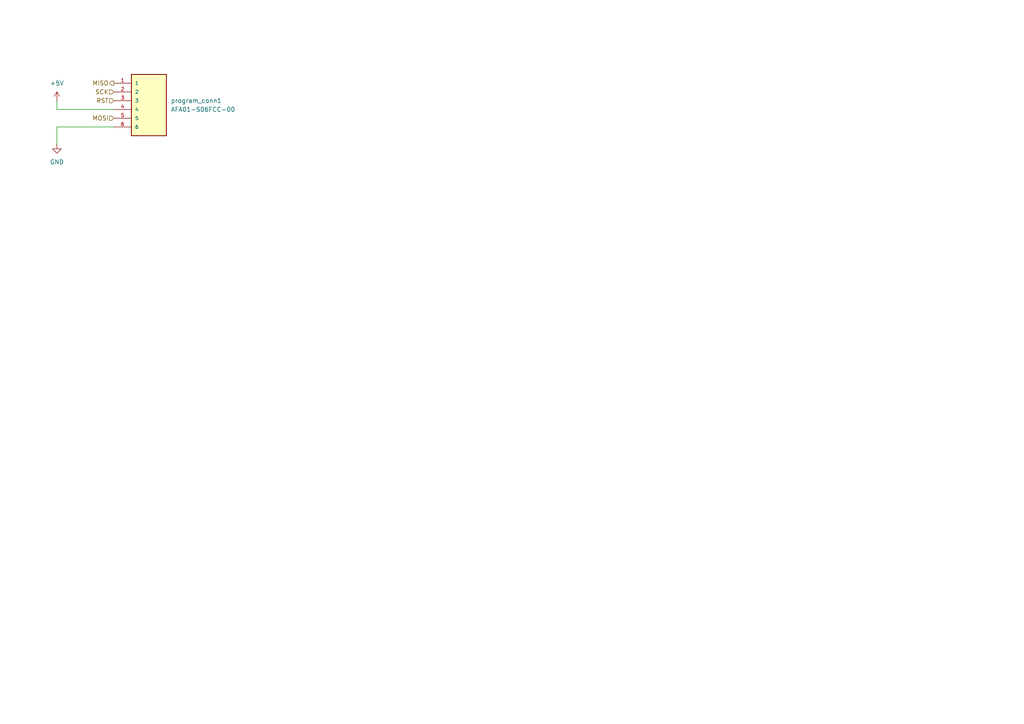
<source format=kicad_sch>
(kicad_sch
	(version 20231120)
	(generator "eeschema")
	(generator_version "8.0")
	(uuid "c6900c1a-6a3b-46f0-9d23-2355ae36d76f")
	(paper "A4")
	(lib_symbols
		(symbol "AFA01-S06FCC-00:AFA01-S06FCC-00"
			(pin_names
				(offset 1.016)
			)
			(exclude_from_sim no)
			(in_bom yes)
			(on_board yes)
			(property "Reference" "J"
				(at -5.08 10.922 0)
				(effects
					(font
						(size 1.27 1.27)
					)
					(justify left bottom)
				)
			)
			(property "Value" "AFA01-S06FCC-00"
				(at -5.08 -10.16 0)
				(effects
					(font
						(size 1.27 1.27)
					)
					(justify left bottom)
				)
			)
			(property "Footprint" "AFA01-S06FCC-00:JUSHUO_AFA01-S06FCC-00"
				(at 0 0 0)
				(effects
					(font
						(size 1.27 1.27)
					)
					(justify bottom)
					(hide yes)
				)
			)
			(property "Datasheet" ""
				(at 0 0 0)
				(effects
					(font
						(size 1.27 1.27)
					)
					(hide yes)
				)
			)
			(property "Description" ""
				(at 0 0 0)
				(effects
					(font
						(size 1.27 1.27)
					)
					(hide yes)
				)
			)
			(property "MF" "Shenzhen Jushuo Electronics Co"
				(at 0 0 0)
				(effects
					(font
						(size 1.27 1.27)
					)
					(justify bottom)
					(hide yes)
				)
			)
			(property "MAXIMUM_PACKAGE_HEIGHT" "2.0mm"
				(at 0 0 0)
				(effects
					(font
						(size 1.27 1.27)
					)
					(justify bottom)
					(hide yes)
				)
			)
			(property "Package" "Package"
				(at 0 0 0)
				(effects
					(font
						(size 1.27 1.27)
					)
					(justify bottom)
					(hide yes)
				)
			)
			(property "Price" "None"
				(at 0 0 0)
				(effects
					(font
						(size 1.27 1.27)
					)
					(justify bottom)
					(hide yes)
				)
			)
			(property "Check_prices" "https://www.snapeda.com/parts/AFA01-S06FCC-00/Shenzhen+Jushuo+Electronics+Co/view-part/?ref=eda"
				(at 0 0 0)
				(effects
					(font
						(size 1.27 1.27)
					)
					(justify bottom)
					(hide yes)
				)
			)
			(property "STANDARD" "Manufacturer Recommendations"
				(at 0 0 0)
				(effects
					(font
						(size 1.27 1.27)
					)
					(justify bottom)
					(hide yes)
				)
			)
			(property "PARTREV" "A"
				(at 0 0 0)
				(effects
					(font
						(size 1.27 1.27)
					)
					(justify bottom)
					(hide yes)
				)
			)
			(property "SnapEDA_Link" "https://www.snapeda.com/parts/AFA01-S06FCC-00/Shenzhen+Jushuo+Electronics+Co/view-part/?ref=snap"
				(at 0 0 0)
				(effects
					(font
						(size 1.27 1.27)
					)
					(justify bottom)
					(hide yes)
				)
			)
			(property "MP" "AFA01-S06FCC-00"
				(at 0 0 0)
				(effects
					(font
						(size 1.27 1.27)
					)
					(justify bottom)
					(hide yes)
				)
			)
			(property "Description_1" "\nPitch 1.00mm FPC Connector SMT Type\n"
				(at 0 0 0)
				(effects
					(font
						(size 1.27 1.27)
					)
					(justify bottom)
					(hide yes)
				)
			)
			(property "Availability" "Not in stock"
				(at 0 0 0)
				(effects
					(font
						(size 1.27 1.27)
					)
					(justify bottom)
					(hide yes)
				)
			)
			(property "MANUFACTURER" "Jushuo"
				(at 0 0 0)
				(effects
					(font
						(size 1.27 1.27)
					)
					(justify bottom)
					(hide yes)
				)
			)
			(symbol "AFA01-S06FCC-00_0_0"
				(rectangle
					(start -5.08 -7.62)
					(end 5.08 10.16)
					(stroke
						(width 0.254)
						(type default)
					)
					(fill
						(type background)
					)
				)
				(pin passive line
					(at -10.16 7.62 0)
					(length 5.08)
					(name "1"
						(effects
							(font
								(size 1.016 1.016)
							)
						)
					)
					(number "1"
						(effects
							(font
								(size 1.016 1.016)
							)
						)
					)
				)
				(pin passive line
					(at -10.16 5.08 0)
					(length 5.08)
					(name "2"
						(effects
							(font
								(size 1.016 1.016)
							)
						)
					)
					(number "2"
						(effects
							(font
								(size 1.016 1.016)
							)
						)
					)
				)
				(pin passive line
					(at -10.16 2.54 0)
					(length 5.08)
					(name "3"
						(effects
							(font
								(size 1.016 1.016)
							)
						)
					)
					(number "3"
						(effects
							(font
								(size 1.016 1.016)
							)
						)
					)
				)
				(pin passive line
					(at -10.16 0 0)
					(length 5.08)
					(name "4"
						(effects
							(font
								(size 1.016 1.016)
							)
						)
					)
					(number "4"
						(effects
							(font
								(size 1.016 1.016)
							)
						)
					)
				)
				(pin passive line
					(at -10.16 -2.54 0)
					(length 5.08)
					(name "5"
						(effects
							(font
								(size 1.016 1.016)
							)
						)
					)
					(number "5"
						(effects
							(font
								(size 1.016 1.016)
							)
						)
					)
				)
				(pin passive line
					(at -10.16 -5.08 0)
					(length 5.08)
					(name "6"
						(effects
							(font
								(size 1.016 1.016)
							)
						)
					)
					(number "6"
						(effects
							(font
								(size 1.016 1.016)
							)
						)
					)
				)
			)
		)
		(symbol "power:+5V"
			(power)
			(pin_numbers hide)
			(pin_names
				(offset 0) hide)
			(exclude_from_sim no)
			(in_bom yes)
			(on_board yes)
			(property "Reference" "#PWR"
				(at 0 -3.81 0)
				(effects
					(font
						(size 1.27 1.27)
					)
					(hide yes)
				)
			)
			(property "Value" "+5V"
				(at 0 3.556 0)
				(effects
					(font
						(size 1.27 1.27)
					)
				)
			)
			(property "Footprint" ""
				(at 0 0 0)
				(effects
					(font
						(size 1.27 1.27)
					)
					(hide yes)
				)
			)
			(property "Datasheet" ""
				(at 0 0 0)
				(effects
					(font
						(size 1.27 1.27)
					)
					(hide yes)
				)
			)
			(property "Description" "Power symbol creates a global label with name \"+5V\""
				(at 0 0 0)
				(effects
					(font
						(size 1.27 1.27)
					)
					(hide yes)
				)
			)
			(property "ki_keywords" "global power"
				(at 0 0 0)
				(effects
					(font
						(size 1.27 1.27)
					)
					(hide yes)
				)
			)
			(symbol "+5V_0_1"
				(polyline
					(pts
						(xy -0.762 1.27) (xy 0 2.54)
					)
					(stroke
						(width 0)
						(type default)
					)
					(fill
						(type none)
					)
				)
				(polyline
					(pts
						(xy 0 0) (xy 0 2.54)
					)
					(stroke
						(width 0)
						(type default)
					)
					(fill
						(type none)
					)
				)
				(polyline
					(pts
						(xy 0 2.54) (xy 0.762 1.27)
					)
					(stroke
						(width 0)
						(type default)
					)
					(fill
						(type none)
					)
				)
			)
			(symbol "+5V_1_1"
				(pin power_in line
					(at 0 0 90)
					(length 0)
					(name "~"
						(effects
							(font
								(size 1.27 1.27)
							)
						)
					)
					(number "1"
						(effects
							(font
								(size 1.27 1.27)
							)
						)
					)
				)
			)
		)
		(symbol "power:GND"
			(power)
			(pin_numbers hide)
			(pin_names
				(offset 0) hide)
			(exclude_from_sim no)
			(in_bom yes)
			(on_board yes)
			(property "Reference" "#PWR"
				(at 0 -6.35 0)
				(effects
					(font
						(size 1.27 1.27)
					)
					(hide yes)
				)
			)
			(property "Value" "GND"
				(at 0 -3.81 0)
				(effects
					(font
						(size 1.27 1.27)
					)
				)
			)
			(property "Footprint" ""
				(at 0 0 0)
				(effects
					(font
						(size 1.27 1.27)
					)
					(hide yes)
				)
			)
			(property "Datasheet" ""
				(at 0 0 0)
				(effects
					(font
						(size 1.27 1.27)
					)
					(hide yes)
				)
			)
			(property "Description" "Power symbol creates a global label with name \"GND\" , ground"
				(at 0 0 0)
				(effects
					(font
						(size 1.27 1.27)
					)
					(hide yes)
				)
			)
			(property "ki_keywords" "global power"
				(at 0 0 0)
				(effects
					(font
						(size 1.27 1.27)
					)
					(hide yes)
				)
			)
			(symbol "GND_0_1"
				(polyline
					(pts
						(xy 0 0) (xy 0 -1.27) (xy 1.27 -1.27) (xy 0 -2.54) (xy -1.27 -1.27) (xy 0 -1.27)
					)
					(stroke
						(width 0)
						(type default)
					)
					(fill
						(type none)
					)
				)
			)
			(symbol "GND_1_1"
				(pin power_in line
					(at 0 0 270)
					(length 0)
					(name "~"
						(effects
							(font
								(size 1.27 1.27)
							)
						)
					)
					(number "1"
						(effects
							(font
								(size 1.27 1.27)
							)
						)
					)
				)
			)
		)
	)
	(wire
		(pts
			(xy 16.51 31.75) (xy 16.51 29.21)
		)
		(stroke
			(width 0)
			(type default)
		)
		(uuid "0f8447dd-0922-4721-8317-a223a7c9236a")
	)
	(wire
		(pts
			(xy 33.02 31.75) (xy 16.51 31.75)
		)
		(stroke
			(width 0)
			(type default)
		)
		(uuid "7906e264-d871-40be-8415-470b71b4fcd0")
	)
	(wire
		(pts
			(xy 16.51 36.83) (xy 16.51 41.91)
		)
		(stroke
			(width 0)
			(type default)
		)
		(uuid "c4515fef-1139-47df-a6e7-18f62d2fff49")
	)
	(wire
		(pts
			(xy 33.02 36.83) (xy 16.51 36.83)
		)
		(stroke
			(width 0)
			(type default)
		)
		(uuid "f39f7460-642c-4206-8036-3d903e168873")
	)
	(hierarchical_label "RST"
		(shape input)
		(at 33.02 29.21 180)
		(fields_autoplaced yes)
		(effects
			(font
				(size 1.27 1.27)
			)
			(justify right)
		)
		(uuid "1eb67b36-7a7d-4808-8143-69474548a9a0")
	)
	(hierarchical_label "SCK"
		(shape input)
		(at 33.02 26.67 180)
		(fields_autoplaced yes)
		(effects
			(font
				(size 1.27 1.27)
			)
			(justify right)
		)
		(uuid "4be1099a-ec7b-4877-9cd7-46195ecc96d3")
	)
	(hierarchical_label "MOSI"
		(shape input)
		(at 33.02 34.29 180)
		(fields_autoplaced yes)
		(effects
			(font
				(size 1.27 1.27)
			)
			(justify right)
		)
		(uuid "68fb5933-2088-439e-a564-e0b2d9c3b3ec")
	)
	(hierarchical_label "MISO"
		(shape output)
		(at 33.02 24.13 180)
		(fields_autoplaced yes)
		(effects
			(font
				(size 1.27 1.27)
			)
			(justify right)
		)
		(uuid "fe6ee05c-1560-4bf6-9b5c-2c61eb91e69f")
	)
	(symbol
		(lib_id "power:GND")
		(at 16.51 41.91 0)
		(unit 1)
		(exclude_from_sim no)
		(in_bom yes)
		(on_board yes)
		(dnp no)
		(fields_autoplaced yes)
		(uuid "2021a6c6-6bba-4b1f-aa6f-69aedf977d8e")
		(property "Reference" "#PWR028"
			(at 16.51 48.26 0)
			(effects
				(font
					(size 1.27 1.27)
				)
				(hide yes)
			)
		)
		(property "Value" "GND"
			(at 16.51 46.99 0)
			(effects
				(font
					(size 1.27 1.27)
				)
			)
		)
		(property "Footprint" ""
			(at 16.51 41.91 0)
			(effects
				(font
					(size 1.27 1.27)
				)
				(hide yes)
			)
		)
		(property "Datasheet" ""
			(at 16.51 41.91 0)
			(effects
				(font
					(size 1.27 1.27)
				)
				(hide yes)
			)
		)
		(property "Description" "Power symbol creates a global label with name \"GND\" , ground"
			(at 16.51 41.91 0)
			(effects
				(font
					(size 1.27 1.27)
				)
				(hide yes)
			)
		)
		(pin "1"
			(uuid "c8e41ecb-b60b-420e-b252-c2d3ccaf6425")
		)
		(instances
			(project "konar2"
				(path "/c9154aa1-f1b7-423e-bcde-0c6434e2094e/546e5bb6-f676-494d-ab4c-78acf4c290df"
					(reference "#PWR028")
					(unit 1)
				)
			)
		)
	)
	(symbol
		(lib_id "AFA01-S06FCC-00:AFA01-S06FCC-00")
		(at 43.18 31.75 0)
		(unit 1)
		(exclude_from_sim no)
		(in_bom yes)
		(on_board yes)
		(dnp no)
		(fields_autoplaced yes)
		(uuid "6038f821-470e-4484-92db-e0ee92053944")
		(property "Reference" "program_conn1"
			(at 49.53 29.2099 0)
			(effects
				(font
					(size 1.27 1.27)
				)
				(justify left)
			)
		)
		(property "Value" "AFA01-S06FCC-00"
			(at 49.53 31.7499 0)
			(effects
				(font
					(size 1.27 1.27)
				)
				(justify left)
			)
		)
		(property "Footprint" "Connector_PinSocket_2.54mm:PinSocket_2x03_P2.54mm_Vertical"
			(at 43.18 31.75 0)
			(effects
				(font
					(size 1.27 1.27)
				)
				(justify bottom)
				(hide yes)
			)
		)
		(property "Datasheet" ""
			(at 43.18 31.75 0)
			(effects
				(font
					(size 1.27 1.27)
				)
				(hide yes)
			)
		)
		(property "Description" ""
			(at 43.18 31.75 0)
			(effects
				(font
					(size 1.27 1.27)
				)
				(hide yes)
			)
		)
		(property "MF" "Shenzhen Jushuo Electronics Co"
			(at 43.18 31.75 0)
			(effects
				(font
					(size 1.27 1.27)
				)
				(justify bottom)
				(hide yes)
			)
		)
		(property "MAXIMUM_PACKAGE_HEIGHT" "2.0mm"
			(at 43.18 31.75 0)
			(effects
				(font
					(size 1.27 1.27)
				)
				(justify bottom)
				(hide yes)
			)
		)
		(property "Package" "Package"
			(at 43.18 31.75 0)
			(effects
				(font
					(size 1.27 1.27)
				)
				(justify bottom)
				(hide yes)
			)
		)
		(property "Price" "None"
			(at 43.18 31.75 0)
			(effects
				(font
					(size 1.27 1.27)
				)
				(justify bottom)
				(hide yes)
			)
		)
		(property "Check_prices" "https://www.snapeda.com/parts/AFA01-S06FCC-00/Shenzhen+Jushuo+Electronics+Co/view-part/?ref=eda"
			(at 43.18 31.75 0)
			(effects
				(font
					(size 1.27 1.27)
				)
				(justify bottom)
				(hide yes)
			)
		)
		(property "STANDARD" "Manufacturer Recommendations"
			(at 43.18 31.75 0)
			(effects
				(font
					(size 1.27 1.27)
				)
				(justify bottom)
				(hide yes)
			)
		)
		(property "PARTREV" "A"
			(at 43.18 31.75 0)
			(effects
				(font
					(size 1.27 1.27)
				)
				(justify bottom)
				(hide yes)
			)
		)
		(property "SnapEDA_Link" "https://www.snapeda.com/parts/AFA01-S06FCC-00/Shenzhen+Jushuo+Electronics+Co/view-part/?ref=snap"
			(at 43.18 31.75 0)
			(effects
				(font
					(size 1.27 1.27)
				)
				(justify bottom)
				(hide yes)
			)
		)
		(property "MP" "AFA01-S06FCC-00"
			(at 43.18 31.75 0)
			(effects
				(font
					(size 1.27 1.27)
				)
				(justify bottom)
				(hide yes)
			)
		)
		(property "Description_1" "\nPitch 1.00mm FPC Connector SMT Type\n"
			(at 43.18 31.75 0)
			(effects
				(font
					(size 1.27 1.27)
				)
				(justify bottom)
				(hide yes)
			)
		)
		(property "Availability" "Not in stock"
			(at 43.18 31.75 0)
			(effects
				(font
					(size 1.27 1.27)
				)
				(justify bottom)
				(hide yes)
			)
		)
		(property "MANUFACTURER" "Jushuo"
			(at 43.18 31.75 0)
			(effects
				(font
					(size 1.27 1.27)
				)
				(justify bottom)
				(hide yes)
			)
		)
		(pin "2"
			(uuid "fb7179e1-7ce9-4468-92e4-2a2ac79b71b5")
		)
		(pin "1"
			(uuid "bfb0200c-3cce-4517-814d-163ead6c0496")
		)
		(pin "3"
			(uuid "6fd5e325-b729-491c-ab95-fd9f81bfafb2")
		)
		(pin "4"
			(uuid "34633e4d-bd9f-41f0-8181-e6be83cae65f")
		)
		(pin "6"
			(uuid "9a8baf25-7a2f-4925-ae32-62061a0c5397")
		)
		(pin "5"
			(uuid "e8151b55-13dc-4eda-9c0e-fcd3f1a16d53")
		)
		(instances
			(project "konar2"
				(path "/c9154aa1-f1b7-423e-bcde-0c6434e2094e/546e5bb6-f676-494d-ab4c-78acf4c290df"
					(reference "program_conn1")
					(unit 1)
				)
			)
		)
	)
	(symbol
		(lib_id "power:+5V")
		(at 16.51 29.21 0)
		(unit 1)
		(exclude_from_sim no)
		(in_bom yes)
		(on_board yes)
		(dnp no)
		(fields_autoplaced yes)
		(uuid "77eaeacb-ec30-4e2e-90b8-2d8639dbedd5")
		(property "Reference" "#PWR027"
			(at 16.51 33.02 0)
			(effects
				(font
					(size 1.27 1.27)
				)
				(hide yes)
			)
		)
		(property "Value" "+5V"
			(at 16.51 24.13 0)
			(effects
				(font
					(size 1.27 1.27)
				)
			)
		)
		(property "Footprint" ""
			(at 16.51 29.21 0)
			(effects
				(font
					(size 1.27 1.27)
				)
				(hide yes)
			)
		)
		(property "Datasheet" ""
			(at 16.51 29.21 0)
			(effects
				(font
					(size 1.27 1.27)
				)
				(hide yes)
			)
		)
		(property "Description" "Power symbol creates a global label with name \"+5V\""
			(at 16.51 29.21 0)
			(effects
				(font
					(size 1.27 1.27)
				)
				(hide yes)
			)
		)
		(pin "1"
			(uuid "31942712-43ac-4cd5-b2e4-54a26b675d1f")
		)
		(instances
			(project "konar2"
				(path "/c9154aa1-f1b7-423e-bcde-0c6434e2094e/546e5bb6-f676-494d-ab4c-78acf4c290df"
					(reference "#PWR027")
					(unit 1)
				)
			)
		)
	)
)
</source>
